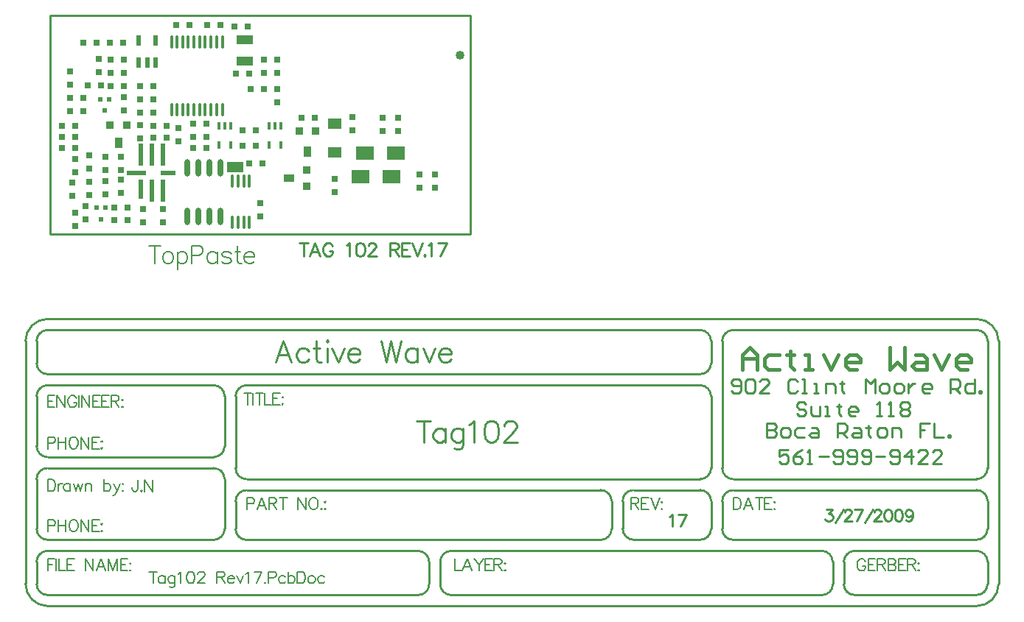
<source format=gtp>
%FSLAX23Y23*%
%MOIN*%
G70*
G01*
G75*
G04 Layer_Color=8421504*
%ADD10C,0.030*%
%ADD11R,0.030X0.030*%
%ADD12R,0.074X0.045*%
%ADD13C,0.040*%
%ADD14R,0.020X0.050*%
%ADD15O,0.016X0.060*%
%ADD16R,0.024X0.024*%
%ADD17O,0.016X0.060*%
%ADD18R,0.030X0.030*%
%ADD19R,0.024X0.100*%
%ADD20R,0.024X0.090*%
%ADD21R,0.070X0.024*%
%ADD22R,0.090X0.024*%
%ADD23O,0.024X0.080*%
%ADD24R,0.075X0.043*%
%ADD25R,0.014X0.035*%
%ADD26R,0.014X0.035*%
%ADD27R,0.050X0.036*%
%ADD28R,0.036X0.036*%
%ADD29R,0.036X0.036*%
%ADD30R,0.036X0.050*%
%ADD31R,0.063X0.051*%
%ADD32R,0.080X0.060*%
%ADD33C,0.010*%
%ADD34C,0.014*%
%ADD35C,0.006*%
%ADD36C,0.016*%
%ADD37C,0.015*%
%ADD38C,0.025*%
%ADD39C,0.012*%
%ADD40C,0.008*%
%ADD41C,0.020*%
%ADD42C,0.005*%
%ADD43C,0.009*%
%ADD44C,0.062*%
%ADD45R,0.062X0.062*%
%ADD46O,0.040X0.060*%
%ADD47C,0.070*%
%ADD48C,0.122*%
%ADD49C,0.028*%
%ADD50R,0.070X0.070*%
%ADD51R,0.067X0.091*%
%ADD52C,0.020*%
%ADD53R,0.200X0.100*%
%ADD54R,0.160X0.180*%
%ADD55R,0.098X0.138*%
%ADD56C,0.032*%
%ADD57C,0.010*%
D11*
X-280Y-285D02*
D03*
Y-345D02*
D03*
X-1739Y-774D02*
D03*
Y-714D02*
D03*
X-1677Y-455D02*
D03*
Y-515D02*
D03*
X-1678Y-575D02*
D03*
Y-635D02*
D03*
X-1533Y-565D02*
D03*
Y-625D02*
D03*
X-1433Y-699D02*
D03*
Y-759D02*
D03*
X-1343Y-699D02*
D03*
Y-759D02*
D03*
X-487Y-280D02*
D03*
Y-340D02*
D03*
X-1692Y-685D02*
D03*
Y-745D02*
D03*
X-1764Y-194D02*
D03*
Y-254D02*
D03*
X-1634Y-19D02*
D03*
Y-79D02*
D03*
X-1521Y-191D02*
D03*
Y-251D02*
D03*
X-1752Y-579D02*
D03*
Y-639D02*
D03*
X-350Y-285D02*
D03*
Y-345D02*
D03*
X-1764Y-134D02*
D03*
Y-74D02*
D03*
X-1704Y-194D02*
D03*
Y-254D02*
D03*
X-1739Y-471D02*
D03*
Y-531D02*
D03*
X-1532Y-520D02*
D03*
Y-460D02*
D03*
X-1602Y-520D02*
D03*
Y-460D02*
D03*
Y-631D02*
D03*
Y-571D02*
D03*
X-1447Y-318D02*
D03*
Y-378D02*
D03*
X-1275Y-330D02*
D03*
Y-390D02*
D03*
X-1387Y-260D02*
D03*
Y-200D02*
D03*
X-1447Y-260D02*
D03*
Y-200D02*
D03*
X-887Y-80D02*
D03*
Y-20D02*
D03*
X-828Y-80D02*
D03*
Y-20D02*
D03*
X-827Y-155D02*
D03*
Y-215D02*
D03*
X-902Y-673D02*
D03*
Y-733D02*
D03*
X-567Y-560D02*
D03*
Y-620D02*
D03*
X-185Y-540D02*
D03*
Y-600D02*
D03*
X-115Y-540D02*
D03*
Y-600D02*
D03*
D12*
X-1017Y-508D02*
D03*
D13*
X0Y0D02*
D03*
D14*
X-1452Y-35D02*
D03*
Y65D02*
D03*
X-1377D02*
D03*
X-1415Y-35D02*
D03*
X-1377D02*
D03*
D15*
X-1229Y-247D02*
D03*
X-1177Y60D02*
D03*
X-1075Y-247D02*
D03*
X-1229Y60D02*
D03*
X-1126D02*
D03*
X-1203Y-247D02*
D03*
X-1177D02*
D03*
X-1152Y60D02*
D03*
X-1126Y-247D02*
D03*
X-1101D02*
D03*
X-1075Y60D02*
D03*
X-1305D02*
D03*
X-1280Y-247D02*
D03*
X-1203Y60D02*
D03*
X-1101D02*
D03*
X-1254D02*
D03*
X-1280D02*
D03*
X-1305Y-247D02*
D03*
X-1152D02*
D03*
X-1254D02*
D03*
D16*
X-1606Y-252D02*
D03*
X-1587Y-201D02*
D03*
X-1626D02*
D03*
X-1622Y-744D02*
D03*
X-1603Y-693D02*
D03*
X-1642D02*
D03*
D17*
X-1029Y-572D02*
D03*
X-1003Y-759D02*
D03*
X-978D02*
D03*
X-1029D02*
D03*
X-952Y-572D02*
D03*
X-978D02*
D03*
X-952Y-759D02*
D03*
X-1003Y-572D02*
D03*
D18*
X-1739Y-371D02*
D03*
X-1799D02*
D03*
X-1739Y-421D02*
D03*
X-1799D02*
D03*
X-923Y-411D02*
D03*
X-983D02*
D03*
Y-341D02*
D03*
X-923D02*
D03*
X-1327Y-375D02*
D03*
X-1387D02*
D03*
X-1522Y55D02*
D03*
X-1582D02*
D03*
X-892Y-490D02*
D03*
X-952D02*
D03*
X-1223Y134D02*
D03*
X-1283D02*
D03*
X-1082Y135D02*
D03*
X-1142D02*
D03*
X-947Y-155D02*
D03*
X-887D02*
D03*
X-1208Y-313D02*
D03*
X-1148D02*
D03*
X-1683Y-138D02*
D03*
X-1623D02*
D03*
X-953Y-85D02*
D03*
X-1013D02*
D03*
X-1563Y-749D02*
D03*
X-1503D02*
D03*
X-1147Y-370D02*
D03*
X-1207D02*
D03*
X-1739Y-322D02*
D03*
X-1799D02*
D03*
X-1147Y-420D02*
D03*
X-1207D02*
D03*
X-960Y129D02*
D03*
X-1020D02*
D03*
X-1521Y-141D02*
D03*
X-1581D02*
D03*
X-1504Y-692D02*
D03*
X-1564D02*
D03*
X-1581Y-81D02*
D03*
X-1521D02*
D03*
X-1581Y-23D02*
D03*
X-1521D02*
D03*
X-1327Y-320D02*
D03*
X-1387D02*
D03*
X-1447Y-140D02*
D03*
X-1387D02*
D03*
X-1642Y55D02*
D03*
X-1702D02*
D03*
X-717Y-285D02*
D03*
X-657D02*
D03*
D19*
X-1392Y-614D02*
D03*
X-1342D02*
D03*
X-1343Y-451D02*
D03*
X-1392Y-452D02*
D03*
X-1442D02*
D03*
D20*
Y-609D02*
D03*
D21*
X-1320Y-536D02*
D03*
D22*
X-1462Y-536D02*
D03*
D23*
X-1085Y-731D02*
D03*
X-1185Y-511D02*
D03*
X-1085D02*
D03*
X-1135D02*
D03*
X-1235D02*
D03*
X-1135Y-731D02*
D03*
X-1185D02*
D03*
X-1235D02*
D03*
D24*
X-972Y67D02*
D03*
Y-27D02*
D03*
D25*
X-1090Y-322D02*
D03*
X-1064D02*
D03*
X-1090Y-408D02*
D03*
X-1038D02*
D03*
X-863Y-322D02*
D03*
X-837D02*
D03*
X-863Y-408D02*
D03*
X-811D02*
D03*
D26*
X-1038Y-322D02*
D03*
X-811D02*
D03*
D27*
X-772Y-557D02*
D03*
D28*
X-692Y-520D02*
D03*
Y-595D02*
D03*
D29*
X-652Y-345D02*
D03*
X-727D02*
D03*
X-1582Y-318D02*
D03*
X-1507D02*
D03*
D30*
X-689Y-439D02*
D03*
X-1545Y-398D02*
D03*
D31*
X-568Y-311D02*
D03*
Y-441D02*
D03*
D32*
X-430Y-445D02*
D03*
X-290D02*
D03*
X-310Y-550D02*
D03*
X-450D02*
D03*
D33*
X-1854Y-811D02*
Y178D01*
Y-811D02*
X48D01*
X-1854Y178D02*
X48D01*
Y-811D02*
Y178D01*
X-706Y-852D02*
Y-912D01*
X-726Y-852D02*
X-686D01*
X-633Y-912D02*
X-656Y-852D01*
X-679Y-912D01*
X-670Y-892D02*
X-642D01*
X-576Y-866D02*
X-579Y-861D01*
X-585Y-855D01*
X-591Y-852D01*
X-602D01*
X-608Y-855D01*
X-613Y-861D01*
X-616Y-866D01*
X-619Y-875D01*
Y-889D01*
X-616Y-898D01*
X-613Y-903D01*
X-608Y-909D01*
X-602Y-912D01*
X-591D01*
X-585Y-909D01*
X-579Y-903D01*
X-576Y-898D01*
Y-889D01*
X-591D02*
X-576D01*
X-515Y-863D02*
X-510Y-861D01*
X-501Y-852D01*
Y-912D01*
X-454Y-852D02*
X-463Y-855D01*
X-469Y-863D01*
X-471Y-878D01*
Y-886D01*
X-469Y-901D01*
X-463Y-909D01*
X-454Y-912D01*
X-449D01*
X-440Y-909D01*
X-434Y-901D01*
X-431Y-886D01*
Y-878D01*
X-434Y-863D01*
X-440Y-855D01*
X-449Y-852D01*
X-454D01*
X-415Y-866D02*
Y-863D01*
X-412Y-858D01*
X-409Y-855D01*
X-404Y-852D01*
X-392D01*
X-387Y-855D01*
X-384Y-858D01*
X-381Y-863D01*
Y-869D01*
X-384Y-875D01*
X-390Y-883D01*
X-418Y-912D01*
X-378D01*
X-318Y-852D02*
Y-912D01*
Y-852D02*
X-292D01*
X-283Y-855D01*
X-280Y-858D01*
X-278Y-863D01*
Y-869D01*
X-280Y-875D01*
X-283Y-878D01*
X-292Y-881D01*
X-318D01*
X-298D02*
X-278Y-912D01*
X-227Y-852D02*
X-264D01*
Y-912D01*
X-227D01*
X-264Y-881D02*
X-241D01*
X-217Y-852D02*
X-194Y-912D01*
X-171Y-852D02*
X-194Y-912D01*
X-161Y-906D02*
X-164Y-909D01*
X-161Y-912D01*
X-158Y-909D01*
X-161Y-906D01*
X-145Y-863D02*
X-139Y-861D01*
X-130Y-852D01*
Y-912D01*
X-61Y-852D02*
X-89Y-912D01*
X-101Y-852D02*
X-61D01*
X2385Y-2020D02*
G03*
X2336Y-1971I-49J0D01*
G01*
X1235D02*
G03*
X1185Y-2021I0J-50D01*
G01*
X2335Y-1921D02*
G03*
X2385Y-1871I0J50D01*
G01*
X1185D02*
G03*
X1235Y-1921I50J0D01*
G01*
X-1865Y-1196D02*
G03*
X-1965Y-1296I0J-100D01*
G01*
Y-2395D02*
G03*
X-1866Y-2496I101J0D01*
G01*
X2335Y-2496D02*
G03*
X2435Y-2396I0J100D01*
G01*
Y-1296D02*
G03*
X2335Y-1196I-100J0D01*
G01*
X2385Y-1295D02*
G03*
X2334Y-1246I-49J0D01*
G01*
X2335Y-2196D02*
G03*
X2385Y-2146I0J50D01*
G01*
X2385Y-2295D02*
G03*
X2335Y-2246I-50J-1D01*
G01*
Y-2446D02*
G03*
X2385Y-2396I0J50D01*
G01*
X1085Y-2196D02*
G03*
X1135Y-2146I0J50D01*
G01*
X1185Y-2147D02*
G03*
X1235Y-2196I49J0D01*
G01*
X1135Y-2020D02*
G03*
X1086Y-1971I-49J0D01*
G01*
X-1915Y-2396D02*
G03*
X-1866Y-2446I50J0D01*
G01*
X1086Y-1921D02*
G03*
X1135Y-1871I-1J50D01*
G01*
X-1865Y-2246D02*
G03*
X-1915Y-2296I0J-50D01*
G01*
X1135Y-1546D02*
G03*
X1085Y-1496I-50J0D01*
G01*
Y-1446D02*
G03*
X1135Y-1396I0J50D01*
G01*
X1235Y-1246D02*
G03*
X1185Y-1296I0J-50D01*
G01*
X1135D02*
G03*
X1085Y-1246I-50J0D01*
G01*
X-1865D02*
G03*
X-1915Y-1296I0J-50D01*
G01*
Y-1396D02*
G03*
X-1865Y-1446I50J0D01*
G01*
Y-1496D02*
G03*
X-1915Y-1546I0J-50D01*
G01*
Y-1771D02*
G03*
X-1865Y-1821I50J0D01*
G01*
Y-1871D02*
G03*
X-1915Y-1921I0J-50D01*
G01*
Y-2146D02*
G03*
X-1866Y-2196I50J0D01*
G01*
X-965Y-1496D02*
G03*
X-1015Y-1546I0J-50D01*
G01*
X-965Y-1971D02*
G03*
X-1015Y-2021I0J-50D01*
G01*
X783Y-1971D02*
G03*
X735Y-2022I0J-48D01*
G01*
X735Y-2145D02*
G03*
X785Y-2196I51J0D01*
G01*
X636Y-2196D02*
G03*
X685Y-2146I0J49D01*
G01*
X685Y-2020D02*
G03*
X636Y-1971I-49J0D01*
G01*
X-1114Y-2196D02*
G03*
X-1065Y-2147I0J49D01*
G01*
X-1015D02*
G03*
X-966Y-2196I49J0D01*
G01*
X-1015Y-1872D02*
G03*
X-966Y-1921I49J0D01*
G01*
X-1065Y-1920D02*
G03*
X-1116Y-1871I-49J0D01*
G01*
X-1113Y-1821D02*
G03*
X-1065Y-1773I0J48D01*
G01*
Y-1545D02*
G03*
X-1114Y-1496I-49J0D01*
G01*
X1785Y-2246D02*
G03*
X1735Y-2296I0J-50D01*
G01*
Y-2397D02*
G03*
X1785Y-2446I49J0D01*
G01*
X1636Y-2446D02*
G03*
X1685Y-2397I1J48D01*
G01*
X1685Y-2296D02*
G03*
X1635Y-2246I-50J0D01*
G01*
X-90Y-2396D02*
G03*
X-41Y-2446I50J0D01*
G01*
X-40Y-2246D02*
G03*
X-90Y-2296I0J-50D01*
G01*
X-189Y-2446D02*
G03*
X-140Y-2397I1J48D01*
G01*
X-140Y-2296D02*
G03*
X-190Y-2246I-50J0D01*
G01*
X2385Y-2146D02*
Y-2020D01*
X1185Y-2146D02*
Y-2021D01*
X2385Y-1871D02*
Y-1296D01*
X1185Y-1871D02*
Y-1296D01*
X-1965Y-2396D02*
Y-1296D01*
X-1915Y-2396D02*
Y-2296D01*
X2385Y-2396D02*
Y-2296D01*
X1135Y-2146D02*
Y-2021D01*
X735Y-2146D02*
Y-2021D01*
X-1015Y-2146D02*
Y-2021D01*
X685Y-2146D02*
Y-2021D01*
X-1015Y-1871D02*
Y-1546D01*
X1135Y-1871D02*
Y-1546D01*
Y-1396D02*
Y-1296D01*
X-1915Y-1396D02*
Y-1296D01*
X-1065Y-1771D02*
Y-1546D01*
X-1915Y-1771D02*
Y-1546D01*
X-1065Y-2146D02*
Y-1921D01*
X-1915Y-2146D02*
Y-1921D01*
X2435Y-2396D02*
Y-1296D01*
X1735Y-2396D02*
Y-2296D01*
X1685Y-2396D02*
Y-2296D01*
X-90Y-2396D02*
Y-2296D01*
X-140Y-2396D02*
Y-2296D01*
X1235Y-1971D02*
X2335D01*
X1235Y-1921D02*
X2335D01*
X-965D02*
X1085D01*
X1235Y-1246D02*
X2335D01*
X1235Y-2196D02*
X2335D01*
X785Y-1971D02*
X1085D01*
X785Y-2196D02*
X1085D01*
X-965D02*
X635D01*
X-965Y-1971D02*
X635D01*
X-965Y-1496D02*
X1085D01*
X-1865Y-1446D02*
X1085D01*
X-1865Y-1496D02*
X-1115D01*
X-1865Y-1821D02*
X-1115D01*
X-1865Y-1871D02*
X-1115D01*
X-1865Y-2196D02*
X-1115D01*
X-1865Y-1196D02*
X2335D01*
X-1865Y-2496D02*
X2335D01*
X-1865Y-1246D02*
X1085D01*
X1785Y-2246D02*
X2335D01*
X1785Y-2446D02*
X2335D01*
X-40Y-2246D02*
X1635D01*
X-1865D02*
X-190D01*
X-1865Y-2446D02*
X-190D01*
X-40D02*
X1635D01*
X1564Y-1583D02*
X1554Y-1572D01*
X1532D01*
X1522Y-1583D01*
Y-1593D01*
X1532Y-1604D01*
X1554D01*
X1564Y-1615D01*
Y-1625D01*
X1554Y-1636D01*
X1532D01*
X1522Y-1625D01*
X1586Y-1593D02*
Y-1625D01*
X1596Y-1636D01*
X1628D01*
Y-1593D01*
X1649Y-1636D02*
X1671D01*
X1660D01*
Y-1593D01*
X1649D01*
X1713Y-1583D02*
Y-1593D01*
X1703D01*
X1724D01*
X1713D01*
Y-1625D01*
X1724Y-1636D01*
X1788D02*
X1767D01*
X1756Y-1625D01*
Y-1604D01*
X1767Y-1593D01*
X1788D01*
X1799Y-1604D01*
Y-1615D01*
X1756D01*
X1884Y-1636D02*
X1905D01*
X1895D01*
Y-1572D01*
X1884Y-1583D01*
X1937Y-1636D02*
X1959D01*
X1948D01*
Y-1572D01*
X1937Y-1583D01*
X1991D02*
X2001Y-1572D01*
X2023D01*
X2033Y-1583D01*
Y-1593D01*
X2023Y-1604D01*
X2033Y-1615D01*
Y-1625D01*
X2023Y-1636D01*
X2001D01*
X1991Y-1625D01*
Y-1615D01*
X2001Y-1604D01*
X1991Y-1593D01*
Y-1583D01*
X2001Y-1604D02*
X2023D01*
X1484Y-1787D02*
X1442D01*
Y-1819D01*
X1463Y-1808D01*
X1474D01*
X1484Y-1819D01*
Y-1840D01*
X1474Y-1851D01*
X1452D01*
X1442Y-1840D01*
X1548Y-1787D02*
X1527Y-1798D01*
X1506Y-1819D01*
Y-1840D01*
X1516Y-1851D01*
X1537D01*
X1548Y-1840D01*
Y-1830D01*
X1537Y-1819D01*
X1506D01*
X1569Y-1851D02*
X1591D01*
X1580D01*
Y-1787D01*
X1569Y-1798D01*
X1623Y-1819D02*
X1665D01*
X1687Y-1840D02*
X1697Y-1851D01*
X1719D01*
X1729Y-1840D01*
Y-1798D01*
X1719Y-1787D01*
X1697D01*
X1687Y-1798D01*
Y-1808D01*
X1697Y-1819D01*
X1729D01*
X1751Y-1840D02*
X1761Y-1851D01*
X1783D01*
X1793Y-1840D01*
Y-1798D01*
X1783Y-1787D01*
X1761D01*
X1751Y-1798D01*
Y-1808D01*
X1761Y-1819D01*
X1793D01*
X1815Y-1840D02*
X1825Y-1851D01*
X1847D01*
X1857Y-1840D01*
Y-1798D01*
X1847Y-1787D01*
X1825D01*
X1815Y-1798D01*
Y-1808D01*
X1825Y-1819D01*
X1857D01*
X1879D02*
X1921D01*
X1943Y-1840D02*
X1953Y-1851D01*
X1975D01*
X1985Y-1840D01*
Y-1798D01*
X1975Y-1787D01*
X1953D01*
X1943Y-1798D01*
Y-1808D01*
X1953Y-1819D01*
X1985D01*
X2039Y-1851D02*
Y-1787D01*
X2007Y-1819D01*
X2049D01*
X2113Y-1851D02*
X2071D01*
X2113Y-1808D01*
Y-1798D01*
X2103Y-1787D01*
X2081D01*
X2071Y-1798D01*
X2177Y-1851D02*
X2135D01*
X2177Y-1808D01*
Y-1798D01*
X2167Y-1787D01*
X2145D01*
X2135Y-1798D01*
X1227Y-1520D02*
X1237Y-1531D01*
X1259D01*
X1269Y-1520D01*
Y-1478D01*
X1259Y-1467D01*
X1237D01*
X1227Y-1478D01*
Y-1488D01*
X1237Y-1499D01*
X1269D01*
X1291Y-1478D02*
X1301Y-1467D01*
X1322D01*
X1333Y-1478D01*
Y-1520D01*
X1322Y-1531D01*
X1301D01*
X1291Y-1520D01*
Y-1478D01*
X1397Y-1531D02*
X1354D01*
X1397Y-1488D01*
Y-1478D01*
X1386Y-1467D01*
X1365D01*
X1354Y-1478D01*
X1525D02*
X1514Y-1467D01*
X1493D01*
X1482Y-1478D01*
Y-1520D01*
X1493Y-1531D01*
X1514D01*
X1525Y-1520D01*
X1546Y-1531D02*
X1568D01*
X1557D01*
Y-1467D01*
X1546D01*
X1600Y-1531D02*
X1621D01*
X1610D01*
Y-1488D01*
X1600D01*
X1653Y-1531D02*
Y-1488D01*
X1685D01*
X1696Y-1499D01*
Y-1531D01*
X1728Y-1478D02*
Y-1488D01*
X1717D01*
X1738D01*
X1728D01*
Y-1520D01*
X1738Y-1531D01*
X1834D02*
Y-1467D01*
X1856Y-1488D01*
X1877Y-1467D01*
Y-1531D01*
X1909D02*
X1930D01*
X1941Y-1520D01*
Y-1499D01*
X1930Y-1488D01*
X1909D01*
X1898Y-1499D01*
Y-1520D01*
X1909Y-1531D01*
X1973D02*
X1994D01*
X2005Y-1520D01*
Y-1499D01*
X1994Y-1488D01*
X1973D01*
X1962Y-1499D01*
Y-1520D01*
X1973Y-1531D01*
X2026Y-1488D02*
Y-1531D01*
Y-1510D01*
X2037Y-1499D01*
X2048Y-1488D01*
X2058D01*
X2122Y-1531D02*
X2101D01*
X2090Y-1520D01*
Y-1499D01*
X2101Y-1488D01*
X2122D01*
X2133Y-1499D01*
Y-1510D01*
X2090D01*
X2218Y-1531D02*
Y-1467D01*
X2250D01*
X2261Y-1478D01*
Y-1499D01*
X2250Y-1510D01*
X2218D01*
X2240D02*
X2261Y-1531D01*
X2325Y-1467D02*
Y-1531D01*
X2293D01*
X2282Y-1520D01*
Y-1499D01*
X2293Y-1488D01*
X2325D01*
X2346Y-1531D02*
Y-1520D01*
X2357D01*
Y-1531D01*
X2346D01*
X1387Y-1667D02*
Y-1731D01*
X1419D01*
X1429Y-1720D01*
Y-1710D01*
X1419Y-1699D01*
X1387D01*
X1419D01*
X1429Y-1688D01*
Y-1678D01*
X1419Y-1667D01*
X1387D01*
X1461Y-1731D02*
X1482D01*
X1493Y-1720D01*
Y-1699D01*
X1482Y-1688D01*
X1461D01*
X1451Y-1699D01*
Y-1720D01*
X1461Y-1731D01*
X1557Y-1688D02*
X1525D01*
X1514Y-1699D01*
Y-1720D01*
X1525Y-1731D01*
X1557D01*
X1589Y-1688D02*
X1610D01*
X1621Y-1699D01*
Y-1731D01*
X1589D01*
X1578Y-1720D01*
X1589Y-1710D01*
X1621D01*
X1706Y-1731D02*
Y-1667D01*
X1738D01*
X1749Y-1678D01*
Y-1699D01*
X1738Y-1710D01*
X1706D01*
X1728D02*
X1749Y-1731D01*
X1781Y-1688D02*
X1802D01*
X1813Y-1699D01*
Y-1731D01*
X1781D01*
X1770Y-1720D01*
X1781Y-1710D01*
X1813D01*
X1845Y-1678D02*
Y-1688D01*
X1834D01*
X1856D01*
X1845D01*
Y-1720D01*
X1856Y-1731D01*
X1898D02*
X1920D01*
X1930Y-1720D01*
Y-1699D01*
X1920Y-1688D01*
X1898D01*
X1888Y-1699D01*
Y-1720D01*
X1898Y-1731D01*
X1952D02*
Y-1688D01*
X1984D01*
X1994Y-1699D01*
Y-1731D01*
X2122Y-1667D02*
X2080D01*
Y-1699D01*
X2101D01*
X2080D01*
Y-1731D01*
X2144Y-1667D02*
Y-1731D01*
X2186D01*
X2208D02*
Y-1720D01*
X2218D01*
Y-1731D01*
X2208D01*
D37*
X1277Y-1426D02*
Y-1359D01*
X1310Y-1326D01*
X1343Y-1359D01*
Y-1426D01*
Y-1376D01*
X1277D01*
X1443Y-1359D02*
X1393D01*
X1376Y-1376D01*
Y-1409D01*
X1393Y-1426D01*
X1443D01*
X1493Y-1343D02*
Y-1359D01*
X1476D01*
X1510D01*
X1493D01*
Y-1409D01*
X1510Y-1426D01*
X1560D02*
X1593D01*
X1576D01*
Y-1359D01*
X1560D01*
X1643D02*
X1676Y-1426D01*
X1710Y-1359D01*
X1793Y-1426D02*
X1760D01*
X1743Y-1409D01*
Y-1376D01*
X1760Y-1359D01*
X1793D01*
X1810Y-1376D01*
Y-1393D01*
X1743D01*
X1943Y-1326D02*
Y-1426D01*
X1976Y-1393D01*
X2010Y-1426D01*
Y-1326D01*
X2060Y-1359D02*
X2093D01*
X2110Y-1376D01*
Y-1426D01*
X2060D01*
X2043Y-1409D01*
X2060Y-1393D01*
X2110D01*
X2143Y-1359D02*
X2176Y-1426D01*
X2210Y-1359D01*
X2293Y-1426D02*
X2260D01*
X2243Y-1409D01*
Y-1376D01*
X2260Y-1359D01*
X2293D01*
X2310Y-1376D01*
Y-1393D01*
X2243D01*
D40*
X-1381Y-865D02*
Y-945D01*
X-1408Y-865D02*
X-1355D01*
X-1326Y-892D02*
X-1334Y-895D01*
X-1341Y-903D01*
X-1345Y-915D01*
Y-922D01*
X-1341Y-934D01*
X-1334Y-941D01*
X-1326Y-945D01*
X-1315D01*
X-1307Y-941D01*
X-1299Y-934D01*
X-1296Y-922D01*
Y-915D01*
X-1299Y-903D01*
X-1307Y-895D01*
X-1315Y-892D01*
X-1326D01*
X-1278D02*
Y-972D01*
Y-903D02*
X-1271Y-895D01*
X-1263Y-892D01*
X-1251D01*
X-1244Y-895D01*
X-1236Y-903D01*
X-1232Y-915D01*
Y-922D01*
X-1236Y-934D01*
X-1244Y-941D01*
X-1251Y-945D01*
X-1263D01*
X-1271Y-941D01*
X-1278Y-934D01*
X-1215Y-907D02*
X-1181D01*
X-1170Y-903D01*
X-1166Y-899D01*
X-1162Y-892D01*
Y-880D01*
X-1166Y-873D01*
X-1170Y-869D01*
X-1181Y-865D01*
X-1215D01*
Y-945D01*
X-1098Y-892D02*
Y-945D01*
Y-903D02*
X-1106Y-895D01*
X-1114Y-892D01*
X-1125D01*
X-1133Y-895D01*
X-1140Y-903D01*
X-1144Y-915D01*
Y-922D01*
X-1140Y-934D01*
X-1133Y-941D01*
X-1125Y-945D01*
X-1114D01*
X-1106Y-941D01*
X-1098Y-934D01*
X-1035Y-903D02*
X-1039Y-895D01*
X-1050Y-892D01*
X-1062D01*
X-1073Y-895D01*
X-1077Y-903D01*
X-1073Y-911D01*
X-1066Y-915D01*
X-1047Y-918D01*
X-1039Y-922D01*
X-1035Y-930D01*
Y-934D01*
X-1039Y-941D01*
X-1050Y-945D01*
X-1062D01*
X-1073Y-941D01*
X-1077Y-934D01*
X-1007Y-865D02*
Y-930D01*
X-1003Y-941D01*
X-996Y-945D01*
X-988D01*
X-1018Y-892D02*
X-992D01*
X-976Y-915D02*
X-931D01*
Y-907D01*
X-935Y-899D01*
X-938Y-895D01*
X-946Y-892D01*
X-957D01*
X-965Y-895D01*
X-973Y-903D01*
X-976Y-915D01*
Y-922D01*
X-973Y-934D01*
X-965Y-941D01*
X-957Y-945D01*
X-946D01*
X-938Y-941D01*
X-931Y-934D01*
X-1457Y-1924D02*
Y-1965D01*
X-1459Y-1972D01*
X-1462Y-1975D01*
X-1467Y-1977D01*
X-1472D01*
X-1477Y-1975D01*
X-1480Y-1972D01*
X-1482Y-1965D01*
Y-1959D01*
X-1440Y-1972D02*
X-1443Y-1975D01*
X-1440Y-1977D01*
X-1438Y-1975D01*
X-1440Y-1972D01*
X-1426Y-1924D02*
Y-1977D01*
Y-1924D02*
X-1391Y-1977D01*
Y-1924D02*
Y-1977D01*
D42*
X-1388Y-2340D02*
Y-2393D01*
X-1406Y-2340D02*
X-1370D01*
X-1334Y-2357D02*
Y-2393D01*
Y-2365D02*
X-1339Y-2360D01*
X-1344Y-2357D01*
X-1351D01*
X-1356Y-2360D01*
X-1362Y-2365D01*
X-1364Y-2373D01*
Y-2378D01*
X-1362Y-2385D01*
X-1356Y-2390D01*
X-1351Y-2393D01*
X-1344D01*
X-1339Y-2390D01*
X-1334Y-2385D01*
X-1289Y-2357D02*
Y-2398D01*
X-1291Y-2406D01*
X-1294Y-2408D01*
X-1299Y-2411D01*
X-1307D01*
X-1312Y-2408D01*
X-1289Y-2365D02*
X-1294Y-2360D01*
X-1299Y-2357D01*
X-1307D01*
X-1312Y-2360D01*
X-1317Y-2365D01*
X-1319Y-2373D01*
Y-2378D01*
X-1317Y-2385D01*
X-1312Y-2390D01*
X-1307Y-2393D01*
X-1299D01*
X-1294Y-2390D01*
X-1289Y-2385D01*
X-1275Y-2350D02*
X-1270Y-2347D01*
X-1262Y-2340D01*
Y-2393D01*
X-1220Y-2340D02*
X-1228Y-2342D01*
X-1233Y-2350D01*
X-1236Y-2363D01*
Y-2370D01*
X-1233Y-2383D01*
X-1228Y-2390D01*
X-1220Y-2393D01*
X-1215D01*
X-1208Y-2390D01*
X-1203Y-2383D01*
X-1200Y-2370D01*
Y-2363D01*
X-1203Y-2350D01*
X-1208Y-2342D01*
X-1215Y-2340D01*
X-1220D01*
X-1186Y-2352D02*
Y-2350D01*
X-1183Y-2345D01*
X-1181Y-2342D01*
X-1175Y-2340D01*
X-1165D01*
X-1160Y-2342D01*
X-1158Y-2345D01*
X-1155Y-2350D01*
Y-2355D01*
X-1158Y-2360D01*
X-1163Y-2368D01*
X-1188Y-2393D01*
X-1153D01*
X-1099Y-2340D02*
Y-2393D01*
Y-2340D02*
X-1076D01*
X-1068Y-2342D01*
X-1066Y-2345D01*
X-1063Y-2350D01*
Y-2355D01*
X-1066Y-2360D01*
X-1068Y-2363D01*
X-1076Y-2365D01*
X-1099D01*
X-1081D02*
X-1063Y-2393D01*
X-1051Y-2373D02*
X-1021D01*
Y-2368D01*
X-1023Y-2363D01*
X-1026Y-2360D01*
X-1031Y-2357D01*
X-1039D01*
X-1044Y-2360D01*
X-1049Y-2365D01*
X-1051Y-2373D01*
Y-2378D01*
X-1049Y-2385D01*
X-1044Y-2390D01*
X-1039Y-2393D01*
X-1031D01*
X-1026Y-2390D01*
X-1021Y-2385D01*
X-1009Y-2357D02*
X-994Y-2393D01*
X-979Y-2357D02*
X-994Y-2393D01*
X-970Y-2350D02*
X-965Y-2347D01*
X-958Y-2340D01*
Y-2393D01*
X-896Y-2340D02*
X-921Y-2393D01*
X-931Y-2340D02*
X-896D01*
X-881Y-2388D02*
X-884Y-2390D01*
X-881Y-2393D01*
X-879Y-2390D01*
X-881Y-2388D01*
X-867Y-2368D02*
X-844D01*
X-836Y-2365D01*
X-834Y-2363D01*
X-831Y-2357D01*
Y-2350D01*
X-834Y-2345D01*
X-836Y-2342D01*
X-844Y-2340D01*
X-867D01*
Y-2393D01*
X-789Y-2365D02*
X-794Y-2360D01*
X-799Y-2357D01*
X-807D01*
X-812Y-2360D01*
X-817Y-2365D01*
X-819Y-2373D01*
Y-2378D01*
X-817Y-2385D01*
X-812Y-2390D01*
X-807Y-2393D01*
X-799D01*
X-794Y-2390D01*
X-789Y-2385D01*
X-778Y-2340D02*
Y-2393D01*
Y-2365D02*
X-772Y-2360D01*
X-767Y-2357D01*
X-760D01*
X-755Y-2360D01*
X-750Y-2365D01*
X-747Y-2373D01*
Y-2378D01*
X-750Y-2385D01*
X-755Y-2390D01*
X-760Y-2393D01*
X-767D01*
X-772Y-2390D01*
X-778Y-2385D01*
X-736Y-2340D02*
Y-2393D01*
Y-2340D02*
X-718D01*
X-710Y-2342D01*
X-705Y-2347D01*
X-703Y-2352D01*
X-700Y-2360D01*
Y-2373D01*
X-703Y-2380D01*
X-705Y-2385D01*
X-710Y-2390D01*
X-718Y-2393D01*
X-736D01*
X-675Y-2357D02*
X-681Y-2360D01*
X-686Y-2365D01*
X-688Y-2373D01*
Y-2378D01*
X-686Y-2385D01*
X-681Y-2390D01*
X-675Y-2393D01*
X-668D01*
X-663Y-2390D01*
X-658Y-2385D01*
X-655Y-2378D01*
Y-2373D01*
X-658Y-2365D01*
X-663Y-2360D01*
X-668Y-2357D01*
X-675D01*
X-613Y-2365D02*
X-618Y-2360D01*
X-623Y-2357D01*
X-631D01*
X-636Y-2360D01*
X-641Y-2365D01*
X-643Y-2373D01*
Y-2378D01*
X-641Y-2385D01*
X-636Y-2390D01*
X-631Y-2393D01*
X-623D01*
X-618Y-2390D01*
X-613Y-2385D01*
X1235Y-2005D02*
Y-2059D01*
Y-2005D02*
X1253D01*
X1260Y-2008D01*
X1265Y-2013D01*
X1268Y-2018D01*
X1270Y-2026D01*
Y-2038D01*
X1268Y-2046D01*
X1265Y-2051D01*
X1260Y-2056D01*
X1253Y-2059D01*
X1235D01*
X1323D02*
X1303Y-2005D01*
X1282Y-2059D01*
X1290Y-2041D02*
X1315D01*
X1353Y-2005D02*
Y-2059D01*
X1335Y-2005D02*
X1371D01*
X1410D02*
X1377D01*
Y-2059D01*
X1410D01*
X1377Y-2031D02*
X1398D01*
X1422Y-2023D02*
X1419Y-2026D01*
X1422Y-2028D01*
X1424Y-2026D01*
X1422Y-2023D01*
Y-2054D02*
X1419Y-2056D01*
X1422Y-2059D01*
X1424Y-2056D01*
X1422Y-2054D01*
X772Y-2005D02*
Y-2059D01*
Y-2005D02*
X795D01*
X803Y-2008D01*
X805Y-2010D01*
X808Y-2016D01*
Y-2021D01*
X805Y-2026D01*
X803Y-2028D01*
X795Y-2031D01*
X772D01*
X790D02*
X808Y-2059D01*
X853Y-2005D02*
X820D01*
Y-2059D01*
X853D01*
X820Y-2031D02*
X840D01*
X862Y-2005D02*
X882Y-2059D01*
X902Y-2005D02*
X882Y-2059D01*
X912Y-2023D02*
X909Y-2026D01*
X912Y-2028D01*
X914Y-2026D01*
X912Y-2023D01*
Y-2054D02*
X909Y-2056D01*
X912Y-2059D01*
X914Y-2056D01*
X912Y-2054D01*
X-1865Y-1758D02*
X-1842D01*
X-1835Y-1756D01*
X-1832Y-1753D01*
X-1830Y-1748D01*
Y-1741D01*
X-1832Y-1735D01*
X-1835Y-1733D01*
X-1842Y-1730D01*
X-1865D01*
Y-1784D01*
X-1818Y-1730D02*
Y-1784D01*
X-1782Y-1730D02*
Y-1784D01*
X-1818Y-1756D02*
X-1782D01*
X-1752Y-1730D02*
X-1757Y-1733D01*
X-1762Y-1738D01*
X-1765Y-1743D01*
X-1767Y-1751D01*
Y-1763D01*
X-1765Y-1771D01*
X-1762Y-1776D01*
X-1757Y-1781D01*
X-1752Y-1784D01*
X-1742D01*
X-1737Y-1781D01*
X-1732Y-1776D01*
X-1729Y-1771D01*
X-1727Y-1763D01*
Y-1751D01*
X-1729Y-1743D01*
X-1732Y-1738D01*
X-1737Y-1733D01*
X-1742Y-1730D01*
X-1752D01*
X-1714D02*
Y-1784D01*
Y-1730D02*
X-1679Y-1784D01*
Y-1730D02*
Y-1784D01*
X-1631Y-1730D02*
X-1664D01*
Y-1784D01*
X-1631D01*
X-1664Y-1756D02*
X-1644D01*
X-1620Y-1748D02*
X-1622Y-1751D01*
X-1620Y-1753D01*
X-1617Y-1751D01*
X-1620Y-1748D01*
Y-1779D02*
X-1622Y-1781D01*
X-1620Y-1784D01*
X-1617Y-1781D01*
X-1620Y-1779D01*
X-1865Y-2133D02*
X-1842D01*
X-1835Y-2131D01*
X-1832Y-2128D01*
X-1830Y-2123D01*
Y-2116D01*
X-1832Y-2110D01*
X-1835Y-2108D01*
X-1842Y-2105D01*
X-1865D01*
Y-2159D01*
X-1818Y-2105D02*
Y-2159D01*
X-1782Y-2105D02*
Y-2159D01*
X-1818Y-2131D02*
X-1782D01*
X-1752Y-2105D02*
X-1757Y-2108D01*
X-1762Y-2113D01*
X-1765Y-2118D01*
X-1767Y-2126D01*
Y-2138D01*
X-1765Y-2146D01*
X-1762Y-2151D01*
X-1757Y-2156D01*
X-1752Y-2159D01*
X-1742D01*
X-1737Y-2156D01*
X-1732Y-2151D01*
X-1729Y-2146D01*
X-1727Y-2138D01*
Y-2126D01*
X-1729Y-2118D01*
X-1732Y-2113D01*
X-1737Y-2108D01*
X-1742Y-2105D01*
X-1752D01*
X-1714D02*
Y-2159D01*
Y-2105D02*
X-1679Y-2159D01*
Y-2105D02*
Y-2159D01*
X-1631Y-2105D02*
X-1664D01*
Y-2159D01*
X-1631D01*
X-1664Y-2131D02*
X-1644D01*
X-1620Y-2123D02*
X-1622Y-2126D01*
X-1620Y-2128D01*
X-1617Y-2126D01*
X-1620Y-2123D01*
Y-2154D02*
X-1622Y-2156D01*
X-1620Y-2159D01*
X-1617Y-2156D01*
X-1620Y-2154D01*
X-25Y-2283D02*
Y-2336D01*
X5D01*
X52D02*
X32Y-2283D01*
X11Y-2336D01*
X19Y-2318D02*
X44D01*
X64Y-2283D02*
X85Y-2308D01*
Y-2336D01*
X105Y-2283D02*
X85Y-2308D01*
X145Y-2283D02*
X112D01*
Y-2336D01*
X145D01*
X112Y-2308D02*
X132D01*
X154Y-2283D02*
Y-2336D01*
Y-2283D02*
X177D01*
X184Y-2285D01*
X187Y-2288D01*
X189Y-2293D01*
Y-2298D01*
X187Y-2303D01*
X184Y-2306D01*
X177Y-2308D01*
X154D01*
X171D02*
X189Y-2336D01*
X204Y-2301D02*
X201Y-2303D01*
X204Y-2306D01*
X206Y-2303D01*
X204Y-2301D01*
Y-2331D02*
X201Y-2334D01*
X204Y-2336D01*
X206Y-2334D01*
X204Y-2331D01*
X-1832Y-1543D02*
X-1865D01*
Y-1596D01*
X-1832D01*
X-1865Y-1568D02*
X-1845D01*
X-1823Y-1543D02*
Y-1596D01*
Y-1543D02*
X-1788Y-1596D01*
Y-1543D02*
Y-1596D01*
X-1735Y-1556D02*
X-1737Y-1550D01*
X-1742Y-1545D01*
X-1748Y-1543D01*
X-1758D01*
X-1763Y-1545D01*
X-1768Y-1550D01*
X-1770Y-1556D01*
X-1773Y-1563D01*
Y-1576D01*
X-1770Y-1583D01*
X-1768Y-1589D01*
X-1763Y-1594D01*
X-1758Y-1596D01*
X-1748D01*
X-1742Y-1594D01*
X-1737Y-1589D01*
X-1735Y-1583D01*
Y-1576D01*
X-1748D02*
X-1735D01*
X-1723Y-1543D02*
Y-1596D01*
X-1711Y-1543D02*
Y-1596D01*
Y-1543D02*
X-1676Y-1596D01*
Y-1543D02*
Y-1596D01*
X-1628Y-1543D02*
X-1661D01*
Y-1596D01*
X-1628D01*
X-1661Y-1568D02*
X-1641D01*
X-1586Y-1543D02*
X-1619D01*
Y-1596D01*
X-1586D01*
X-1619Y-1568D02*
X-1599D01*
X-1577Y-1543D02*
Y-1596D01*
Y-1543D02*
X-1555D01*
X-1547Y-1545D01*
X-1544Y-1548D01*
X-1542Y-1553D01*
Y-1558D01*
X-1544Y-1563D01*
X-1547Y-1566D01*
X-1555Y-1568D01*
X-1577D01*
X-1560D02*
X-1542Y-1596D01*
X-1527Y-1561D02*
X-1530Y-1563D01*
X-1527Y-1566D01*
X-1525Y-1563D01*
X-1527Y-1561D01*
Y-1591D02*
X-1530Y-1594D01*
X-1527Y-1596D01*
X-1525Y-1594D01*
X-1527Y-1591D01*
X-965Y-2033D02*
X-942D01*
X-935Y-2031D01*
X-932Y-2028D01*
X-930Y-2023D01*
Y-2016D01*
X-932Y-2010D01*
X-935Y-2008D01*
X-942Y-2005D01*
X-965D01*
Y-2059D01*
X-877D02*
X-897Y-2005D01*
X-918Y-2059D01*
X-910Y-2041D02*
X-885D01*
X-865Y-2005D02*
Y-2059D01*
Y-2005D02*
X-842D01*
X-834Y-2008D01*
X-832Y-2010D01*
X-829Y-2016D01*
Y-2021D01*
X-832Y-2026D01*
X-834Y-2028D01*
X-842Y-2031D01*
X-865D01*
X-847D02*
X-829Y-2059D01*
X-799Y-2005D02*
Y-2059D01*
X-817Y-2005D02*
X-781D01*
X-733D02*
Y-2059D01*
Y-2005D02*
X-698Y-2059D01*
Y-2005D02*
Y-2059D01*
X-668Y-2005D02*
X-673Y-2008D01*
X-678Y-2013D01*
X-680Y-2018D01*
X-683Y-2026D01*
Y-2038D01*
X-680Y-2046D01*
X-678Y-2051D01*
X-673Y-2056D01*
X-668Y-2059D01*
X-658D01*
X-653Y-2056D01*
X-647Y-2051D01*
X-645Y-2046D01*
X-642Y-2038D01*
Y-2026D01*
X-645Y-2018D01*
X-647Y-2013D01*
X-653Y-2008D01*
X-658Y-2005D01*
X-668D01*
X-627Y-2054D02*
X-630Y-2056D01*
X-627Y-2059D01*
X-625Y-2056D01*
X-627Y-2054D01*
X-611Y-2023D02*
X-613Y-2026D01*
X-611Y-2028D01*
X-608Y-2026D01*
X-611Y-2023D01*
Y-2054D02*
X-613Y-2056D01*
X-611Y-2059D01*
X-608Y-2056D01*
X-611Y-2054D01*
X-960Y-1530D02*
Y-1584D01*
X-978Y-1530D02*
X-942D01*
X-936D02*
Y-1584D01*
X-907Y-1530D02*
Y-1584D01*
X-925Y-1530D02*
X-889D01*
X-883D02*
Y-1584D01*
X-852D01*
X-813Y-1530D02*
X-846D01*
Y-1584D01*
X-813D01*
X-846Y-1556D02*
X-826D01*
X-802Y-1548D02*
X-804Y-1551D01*
X-802Y-1553D01*
X-799Y-1551D01*
X-802Y-1548D01*
Y-1579D02*
X-804Y-1581D01*
X-802Y-1584D01*
X-799Y-1581D01*
X-802Y-1579D01*
X-1865Y-1923D02*
Y-1976D01*
Y-1923D02*
X-1847D01*
X-1840Y-1925D01*
X-1835Y-1930D01*
X-1832Y-1936D01*
X-1830Y-1943D01*
Y-1956D01*
X-1832Y-1963D01*
X-1835Y-1969D01*
X-1840Y-1974D01*
X-1847Y-1976D01*
X-1865D01*
X-1818Y-1941D02*
Y-1976D01*
Y-1956D02*
X-1815Y-1948D01*
X-1810Y-1943D01*
X-1805Y-1941D01*
X-1797D01*
X-1762D02*
Y-1976D01*
Y-1948D02*
X-1767Y-1943D01*
X-1772Y-1941D01*
X-1780D01*
X-1785Y-1943D01*
X-1790Y-1948D01*
X-1792Y-1956D01*
Y-1961D01*
X-1790Y-1969D01*
X-1785Y-1974D01*
X-1780Y-1976D01*
X-1772D01*
X-1767Y-1974D01*
X-1762Y-1969D01*
X-1748Y-1941D02*
X-1738Y-1976D01*
X-1727Y-1941D02*
X-1738Y-1976D01*
X-1727Y-1941D02*
X-1717Y-1976D01*
X-1707Y-1941D02*
X-1717Y-1976D01*
X-1695Y-1941D02*
Y-1976D01*
Y-1951D02*
X-1687Y-1943D01*
X-1682Y-1941D01*
X-1674D01*
X-1669Y-1943D01*
X-1667Y-1951D01*
Y-1976D01*
X-1611Y-1923D02*
Y-1976D01*
Y-1948D02*
X-1606Y-1943D01*
X-1601Y-1941D01*
X-1593D01*
X-1588Y-1943D01*
X-1583Y-1948D01*
X-1580Y-1956D01*
Y-1961D01*
X-1583Y-1969D01*
X-1588Y-1974D01*
X-1593Y-1976D01*
X-1601D01*
X-1606Y-1974D01*
X-1611Y-1969D01*
X-1566Y-1941D02*
X-1551Y-1976D01*
X-1536Y-1941D02*
X-1551Y-1976D01*
X-1556Y-1986D01*
X-1561Y-1991D01*
X-1566Y-1994D01*
X-1569D01*
X-1525Y-1941D02*
X-1527Y-1943D01*
X-1525Y-1946D01*
X-1522Y-1943D01*
X-1525Y-1941D01*
Y-1971D02*
X-1527Y-1974D01*
X-1525Y-1976D01*
X-1522Y-1974D01*
X-1525Y-1971D01*
X-1865Y-2283D02*
Y-2336D01*
Y-2283D02*
X-1832D01*
X-1865Y-2308D02*
X-1845D01*
X-1826Y-2283D02*
Y-2336D01*
X-1815Y-2283D02*
Y-2336D01*
X-1784D01*
X-1745Y-2283D02*
X-1778D01*
Y-2336D01*
X-1745D01*
X-1778Y-2308D02*
X-1758D01*
X-1695Y-2283D02*
Y-2336D01*
Y-2283D02*
X-1659Y-2336D01*
Y-2283D02*
Y-2336D01*
X-1604D02*
X-1624Y-2283D01*
X-1644Y-2336D01*
X-1637Y-2318D02*
X-1611D01*
X-1591Y-2283D02*
Y-2336D01*
Y-2283D02*
X-1571Y-2336D01*
X-1551Y-2283D02*
X-1571Y-2336D01*
X-1551Y-2283D02*
Y-2336D01*
X-1502Y-2283D02*
X-1535D01*
Y-2336D01*
X-1502D01*
X-1535Y-2308D02*
X-1515D01*
X-1491Y-2301D02*
X-1494Y-2303D01*
X-1491Y-2306D01*
X-1489Y-2303D01*
X-1491Y-2301D01*
Y-2331D02*
X-1494Y-2334D01*
X-1491Y-2336D01*
X-1489Y-2334D01*
X-1491Y-2331D01*
X1833Y-2296D02*
X1830Y-2290D01*
X1825Y-2285D01*
X1820Y-2283D01*
X1810D01*
X1805Y-2285D01*
X1800Y-2290D01*
X1797Y-2296D01*
X1795Y-2303D01*
Y-2316D01*
X1797Y-2323D01*
X1800Y-2329D01*
X1805Y-2334D01*
X1810Y-2336D01*
X1820D01*
X1825Y-2334D01*
X1830Y-2329D01*
X1833Y-2323D01*
Y-2316D01*
X1820D02*
X1833D01*
X1878Y-2283D02*
X1845D01*
Y-2336D01*
X1878D01*
X1845Y-2308D02*
X1866D01*
X1887Y-2283D02*
Y-2336D01*
Y-2283D02*
X1910D01*
X1918Y-2285D01*
X1920Y-2288D01*
X1923Y-2293D01*
Y-2298D01*
X1920Y-2303D01*
X1918Y-2306D01*
X1910Y-2308D01*
X1887D01*
X1905D02*
X1923Y-2336D01*
X1935Y-2283D02*
Y-2336D01*
Y-2283D02*
X1957D01*
X1965Y-2285D01*
X1968Y-2288D01*
X1970Y-2293D01*
Y-2298D01*
X1968Y-2303D01*
X1965Y-2306D01*
X1957Y-2308D01*
X1935D02*
X1957D01*
X1965Y-2311D01*
X1968Y-2313D01*
X1970Y-2318D01*
Y-2326D01*
X1968Y-2331D01*
X1965Y-2334D01*
X1957Y-2336D01*
X1935D01*
X2015Y-2283D02*
X1982D01*
Y-2336D01*
X2015D01*
X1982Y-2308D02*
X2002D01*
X2024Y-2283D02*
Y-2336D01*
Y-2283D02*
X2047D01*
X2054Y-2285D01*
X2057Y-2288D01*
X2059Y-2293D01*
Y-2298D01*
X2057Y-2303D01*
X2054Y-2306D01*
X2047Y-2308D01*
X2024D01*
X2042D02*
X2059Y-2336D01*
X2074Y-2301D02*
X2071Y-2303D01*
X2074Y-2306D01*
X2077Y-2303D01*
X2074Y-2301D01*
Y-2331D02*
X2071Y-2334D01*
X2074Y-2336D01*
X2077Y-2334D01*
X2074Y-2331D01*
D43*
X1655Y-2058D02*
X1683D01*
X1667Y-2079D01*
X1675D01*
X1680Y-2081D01*
X1683Y-2084D01*
X1685Y-2091D01*
Y-2096D01*
X1683Y-2104D01*
X1678Y-2109D01*
X1670Y-2112D01*
X1662D01*
X1655Y-2109D01*
X1652Y-2107D01*
X1650Y-2101D01*
X1697Y-2119D02*
X1733Y-2058D01*
X1739Y-2071D02*
Y-2068D01*
X1741Y-2063D01*
X1744Y-2061D01*
X1749Y-2058D01*
X1759D01*
X1764Y-2061D01*
X1767Y-2063D01*
X1769Y-2068D01*
Y-2074D01*
X1767Y-2079D01*
X1762Y-2086D01*
X1736Y-2112D01*
X1772D01*
X1819Y-2058D02*
X1794Y-2112D01*
X1784Y-2058D02*
X1819D01*
X1831Y-2119D02*
X1867Y-2058D01*
X1873Y-2071D02*
Y-2068D01*
X1875Y-2063D01*
X1878Y-2061D01*
X1883Y-2058D01*
X1893D01*
X1898Y-2061D01*
X1901Y-2063D01*
X1903Y-2068D01*
Y-2074D01*
X1901Y-2079D01*
X1896Y-2086D01*
X1870Y-2112D01*
X1906D01*
X1933Y-2058D02*
X1925Y-2061D01*
X1920Y-2068D01*
X1918Y-2081D01*
Y-2089D01*
X1920Y-2101D01*
X1925Y-2109D01*
X1933Y-2112D01*
X1938D01*
X1946Y-2109D01*
X1951Y-2101D01*
X1953Y-2089D01*
Y-2081D01*
X1951Y-2068D01*
X1946Y-2061D01*
X1938Y-2058D01*
X1933D01*
X1981D02*
X1973Y-2061D01*
X1968Y-2068D01*
X1965Y-2081D01*
Y-2089D01*
X1968Y-2101D01*
X1973Y-2109D01*
X1981Y-2112D01*
X1986D01*
X1993Y-2109D01*
X1998Y-2101D01*
X2001Y-2089D01*
Y-2081D01*
X1998Y-2068D01*
X1993Y-2061D01*
X1986Y-2058D01*
X1981D01*
X2046Y-2076D02*
X2043Y-2084D01*
X2038Y-2089D01*
X2031Y-2091D01*
X2028D01*
X2020Y-2089D01*
X2015Y-2084D01*
X2013Y-2076D01*
Y-2074D01*
X2015Y-2066D01*
X2020Y-2061D01*
X2028Y-2058D01*
X2031D01*
X2038Y-2061D01*
X2043Y-2066D01*
X2046Y-2076D01*
Y-2089D01*
X2043Y-2101D01*
X2038Y-2109D01*
X2031Y-2112D01*
X2025D01*
X2018Y-2109D01*
X2015Y-2104D01*
X947Y-2091D02*
X952Y-2088D01*
X960Y-2080D01*
Y-2134D01*
X1022Y-2080D02*
X997Y-2134D01*
X987Y-2080D02*
X1022D01*
X-762Y-1391D02*
X-799Y-1295D01*
X-835Y-1391D01*
X-821Y-1359D02*
X-776D01*
X-685Y-1341D02*
X-694Y-1332D01*
X-703Y-1327D01*
X-717D01*
X-726Y-1332D01*
X-735Y-1341D01*
X-740Y-1355D01*
Y-1364D01*
X-735Y-1377D01*
X-726Y-1387D01*
X-717Y-1391D01*
X-703D01*
X-694Y-1387D01*
X-685Y-1377D01*
X-650Y-1295D02*
Y-1373D01*
X-646Y-1387D01*
X-637Y-1391D01*
X-628D01*
X-664Y-1327D02*
X-632D01*
X-605Y-1295D02*
X-600Y-1300D01*
X-596Y-1295D01*
X-600Y-1291D01*
X-605Y-1295D01*
X-600Y-1327D02*
Y-1391D01*
X-579Y-1327D02*
X-551Y-1391D01*
X-524Y-1327D02*
X-551Y-1391D01*
X-508Y-1355D02*
X-453D01*
Y-1345D01*
X-458Y-1336D01*
X-463Y-1332D01*
X-472Y-1327D01*
X-485D01*
X-495Y-1332D01*
X-504Y-1341D01*
X-508Y-1355D01*
Y-1364D01*
X-504Y-1377D01*
X-495Y-1387D01*
X-485Y-1391D01*
X-472D01*
X-463Y-1387D01*
X-453Y-1377D01*
X-357Y-1295D02*
X-335Y-1391D01*
X-312Y-1295D02*
X-335Y-1391D01*
X-312Y-1295D02*
X-289Y-1391D01*
X-266Y-1295D02*
X-289Y-1391D01*
X-192Y-1327D02*
Y-1391D01*
Y-1341D02*
X-201Y-1332D01*
X-210Y-1327D01*
X-224D01*
X-233Y-1332D01*
X-242Y-1341D01*
X-247Y-1355D01*
Y-1364D01*
X-242Y-1377D01*
X-233Y-1387D01*
X-224Y-1391D01*
X-210D01*
X-201Y-1387D01*
X-192Y-1377D01*
X-166Y-1327D02*
X-139Y-1391D01*
X-112Y-1327D02*
X-139Y-1391D01*
X-96Y-1355D02*
X-41D01*
Y-1345D01*
X-46Y-1336D01*
X-50Y-1332D01*
X-59Y-1327D01*
X-73D01*
X-82Y-1332D01*
X-91Y-1341D01*
X-96Y-1355D01*
Y-1364D01*
X-91Y-1377D01*
X-82Y-1387D01*
X-73Y-1391D01*
X-59D01*
X-50Y-1387D01*
X-41Y-1377D01*
X-165Y-1658D02*
Y-1754D01*
X-197Y-1658D02*
X-133D01*
X-67Y-1690D02*
Y-1754D01*
Y-1704D02*
X-76Y-1695D01*
X-85Y-1690D01*
X-99D01*
X-108Y-1695D01*
X-117Y-1704D01*
X-122Y-1717D01*
Y-1727D01*
X-117Y-1740D01*
X-108Y-1749D01*
X-99Y-1754D01*
X-85D01*
X-76Y-1749D01*
X-67Y-1740D01*
X14Y-1690D02*
Y-1763D01*
X9Y-1777D01*
X5Y-1781D01*
X-5Y-1786D01*
X-18D01*
X-27Y-1781D01*
X14Y-1704D02*
X5Y-1695D01*
X-5Y-1690D01*
X-18D01*
X-27Y-1695D01*
X-37Y-1704D01*
X-41Y-1717D01*
Y-1727D01*
X-37Y-1740D01*
X-27Y-1749D01*
X-18Y-1754D01*
X-5D01*
X5Y-1749D01*
X14Y-1740D01*
X39Y-1676D02*
X48Y-1672D01*
X62Y-1658D01*
Y-1754D01*
X137Y-1658D02*
X123Y-1663D01*
X114Y-1676D01*
X110Y-1699D01*
Y-1713D01*
X114Y-1736D01*
X123Y-1749D01*
X137Y-1754D01*
X146D01*
X160Y-1749D01*
X169Y-1736D01*
X174Y-1713D01*
Y-1699D01*
X169Y-1676D01*
X160Y-1663D01*
X146Y-1658D01*
X137D01*
X200Y-1681D02*
Y-1676D01*
X204Y-1667D01*
X209Y-1663D01*
X218Y-1658D01*
X236D01*
X245Y-1663D01*
X250Y-1667D01*
X255Y-1676D01*
Y-1685D01*
X250Y-1695D01*
X241Y-1708D01*
X195Y-1754D01*
X259D01*
M02*

</source>
